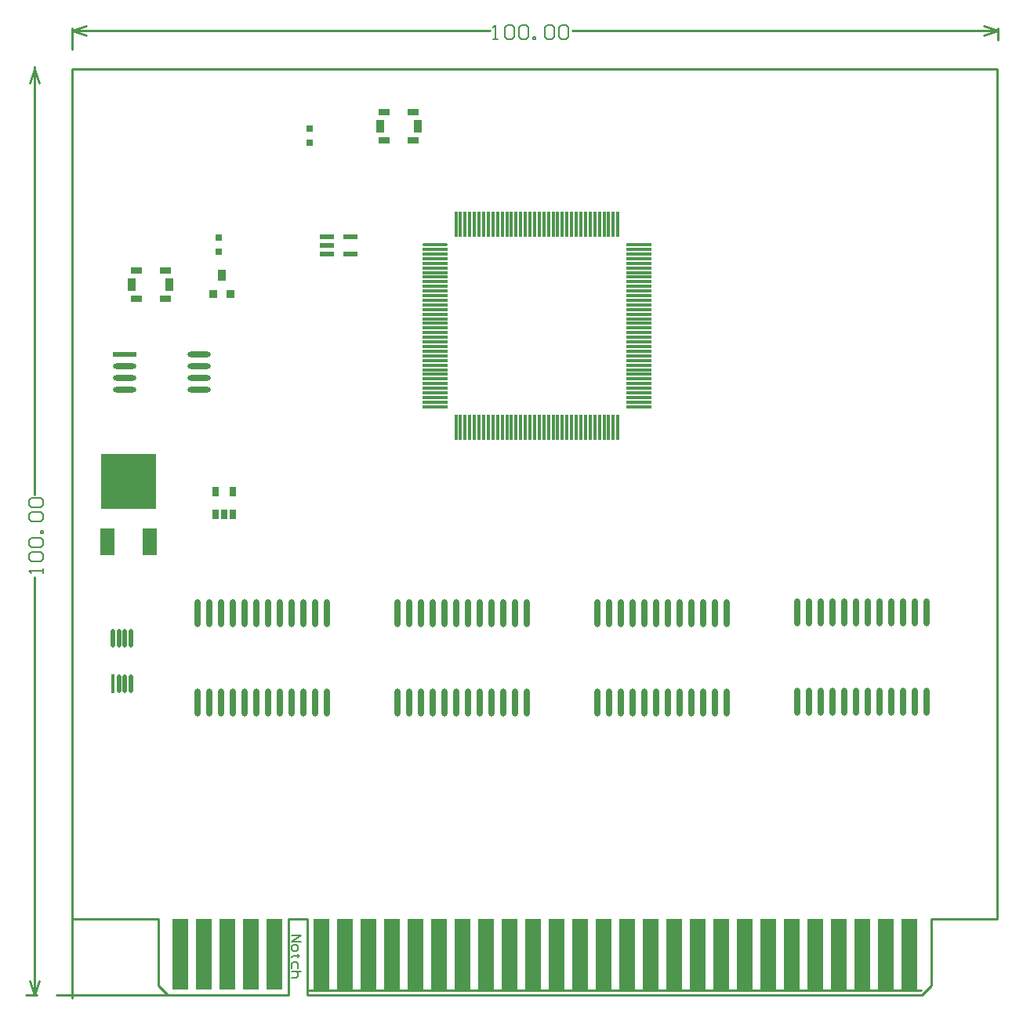
<source format=gtp>
G04*
G04 #@! TF.GenerationSoftware,Altium Limited,CircuitStudio,1.5.2 (30)*
G04*
G04 Layer_Color=7318015*
%FSLAX25Y25*%
%MOIN*%
G70*
G01*
G75*
%ADD10R,0.05906X0.02362*%
%ADD11R,0.23622X0.23622*%
%ADD12R,0.06299X0.11811*%
%ADD13O,0.10827X0.01181*%
%ADD14R,0.10827X0.01181*%
%ADD15R,0.01181X0.10827*%
%ADD16R,0.02756X0.03937*%
%ADD17R,0.09843X0.02362*%
%ADD18O,0.09843X0.02362*%
%ADD19R,0.03543X0.05512*%
%ADD20R,0.04528X0.02953*%
%ADD21R,0.03150X0.03150*%
%ADD22O,0.02400X0.11937*%
%ADD23O,0.01772X0.07874*%
%ADD24R,0.01772X0.07874*%
%ADD25R,0.03600X0.03600*%
%ADD26R,0.03600X0.05000*%
%ADD27R,0.06500X0.30000*%
%ADD28C,0.01000*%
%ADD35C,0.00800*%
%ADD36C,0.00600*%
D10*
X427343Y1450020D02*
D03*
Y1457500D02*
D03*
X417500Y1450020D02*
D03*
Y1453760D02*
D03*
Y1457500D02*
D03*
D11*
X333110Y1353366D02*
D03*
D12*
X324055Y1327775D02*
D03*
X342165D02*
D03*
D13*
X463386Y1453996D02*
D03*
D14*
Y1452027D02*
D03*
Y1450059D02*
D03*
Y1448090D02*
D03*
Y1446122D02*
D03*
Y1444153D02*
D03*
Y1442185D02*
D03*
Y1440217D02*
D03*
Y1438248D02*
D03*
Y1436279D02*
D03*
Y1434311D02*
D03*
Y1432342D02*
D03*
Y1430374D02*
D03*
Y1428405D02*
D03*
Y1426437D02*
D03*
Y1424468D02*
D03*
Y1422500D02*
D03*
Y1420531D02*
D03*
Y1418563D02*
D03*
Y1416594D02*
D03*
Y1414626D02*
D03*
Y1412658D02*
D03*
Y1410689D02*
D03*
Y1408720D02*
D03*
Y1406752D02*
D03*
Y1404784D02*
D03*
Y1402815D02*
D03*
Y1400846D02*
D03*
Y1398878D02*
D03*
Y1396909D02*
D03*
Y1394941D02*
D03*
Y1392972D02*
D03*
Y1391004D02*
D03*
Y1389035D02*
D03*
Y1387067D02*
D03*
Y1385098D02*
D03*
X550000D02*
D03*
Y1387067D02*
D03*
Y1389035D02*
D03*
Y1391004D02*
D03*
Y1392972D02*
D03*
Y1394941D02*
D03*
Y1396909D02*
D03*
Y1398878D02*
D03*
Y1400846D02*
D03*
Y1402815D02*
D03*
Y1404784D02*
D03*
Y1406752D02*
D03*
Y1408720D02*
D03*
Y1410689D02*
D03*
Y1412658D02*
D03*
Y1414626D02*
D03*
Y1416594D02*
D03*
Y1418563D02*
D03*
Y1420531D02*
D03*
Y1422500D02*
D03*
Y1424468D02*
D03*
Y1426437D02*
D03*
Y1428405D02*
D03*
Y1430374D02*
D03*
Y1432342D02*
D03*
Y1434311D02*
D03*
Y1436279D02*
D03*
Y1438248D02*
D03*
Y1440217D02*
D03*
Y1442185D02*
D03*
Y1444153D02*
D03*
Y1446122D02*
D03*
Y1448090D02*
D03*
Y1450059D02*
D03*
Y1452027D02*
D03*
Y1453996D02*
D03*
D15*
X472244Y1376240D02*
D03*
X474213D02*
D03*
X476181D02*
D03*
X478150D02*
D03*
X480118D02*
D03*
X482087D02*
D03*
X484055D02*
D03*
X486024D02*
D03*
X487992D02*
D03*
X489961D02*
D03*
X491929D02*
D03*
X493898D02*
D03*
X495866D02*
D03*
X497835D02*
D03*
X499803D02*
D03*
X501772D02*
D03*
X503740D02*
D03*
X505709D02*
D03*
X507677D02*
D03*
X509646D02*
D03*
X511614D02*
D03*
X513583D02*
D03*
X515551D02*
D03*
X517520D02*
D03*
X519488D02*
D03*
X521457D02*
D03*
X523425D02*
D03*
X525394D02*
D03*
X527362D02*
D03*
X529331D02*
D03*
X531299D02*
D03*
X533268D02*
D03*
X535236D02*
D03*
X537205D02*
D03*
X539173D02*
D03*
X541142D02*
D03*
Y1462854D02*
D03*
X539173D02*
D03*
X537205D02*
D03*
X535236D02*
D03*
X533268D02*
D03*
X531299D02*
D03*
X529331D02*
D03*
X527362D02*
D03*
X525394D02*
D03*
X523425D02*
D03*
X521457D02*
D03*
X519488D02*
D03*
X517520D02*
D03*
X515551D02*
D03*
X513583D02*
D03*
X511614D02*
D03*
X509646D02*
D03*
X507677D02*
D03*
X505709D02*
D03*
X503740D02*
D03*
X501772D02*
D03*
X499803D02*
D03*
X497835D02*
D03*
X495866D02*
D03*
X493898D02*
D03*
X491929D02*
D03*
X489961D02*
D03*
X487992D02*
D03*
X486024D02*
D03*
X484055D02*
D03*
X482087D02*
D03*
X480118D02*
D03*
X478150D02*
D03*
X476181D02*
D03*
X474213D02*
D03*
X472244D02*
D03*
D16*
X377480Y1348949D02*
D03*
X370000D02*
D03*
X377480Y1339500D02*
D03*
X373740D02*
D03*
X370000D02*
D03*
D17*
X331437Y1407500D02*
D03*
D18*
Y1402500D02*
D03*
Y1397500D02*
D03*
Y1392500D02*
D03*
X362933Y1407500D02*
D03*
Y1402500D02*
D03*
Y1397500D02*
D03*
Y1392500D02*
D03*
D19*
X440000Y1504500D02*
D03*
X456142D02*
D03*
X350374Y1437000D02*
D03*
X334232D02*
D03*
D20*
X441673Y1510504D02*
D03*
X454075D02*
D03*
Y1498496D02*
D03*
X441673D02*
D03*
X348701Y1430996D02*
D03*
X336299D02*
D03*
Y1443004D02*
D03*
X348701D02*
D03*
D21*
X371500Y1451000D02*
D03*
Y1456905D02*
D03*
X410000Y1497500D02*
D03*
Y1503405D02*
D03*
D22*
X452500Y1259500D02*
D03*
X462500D02*
D03*
X467500D02*
D03*
X472500D02*
D03*
X457500D02*
D03*
X482500D02*
D03*
X477500D02*
D03*
X487500D02*
D03*
X502500D02*
D03*
X497500D02*
D03*
X492500D02*
D03*
X457500Y1297500D02*
D03*
X462500D02*
D03*
X467500D02*
D03*
X472500D02*
D03*
X477500D02*
D03*
X482500D02*
D03*
X487500D02*
D03*
X492500D02*
D03*
X497500D02*
D03*
X447500Y1259500D02*
D03*
Y1297500D02*
D03*
X452500D02*
D03*
X502500D02*
D03*
X587500D02*
D03*
X537500D02*
D03*
X532500D02*
D03*
Y1259500D02*
D03*
X582500Y1297500D02*
D03*
X577500D02*
D03*
X572500D02*
D03*
X567500D02*
D03*
X562500D02*
D03*
X557500D02*
D03*
X552500D02*
D03*
X547500D02*
D03*
X542500D02*
D03*
X577500Y1259500D02*
D03*
X582500D02*
D03*
X587500D02*
D03*
X572500D02*
D03*
X562500D02*
D03*
X567500D02*
D03*
X542500D02*
D03*
X557500D02*
D03*
X552500D02*
D03*
X547500D02*
D03*
X537500D02*
D03*
X672500Y1297750D02*
D03*
X622500D02*
D03*
X617500D02*
D03*
Y1259750D02*
D03*
X667500Y1297750D02*
D03*
X662500D02*
D03*
X657500D02*
D03*
X652500D02*
D03*
X647500D02*
D03*
X642500D02*
D03*
X637500D02*
D03*
X632500D02*
D03*
X627500D02*
D03*
X662500Y1259750D02*
D03*
X667500D02*
D03*
X672500D02*
D03*
X657500D02*
D03*
X647500D02*
D03*
X652500D02*
D03*
X627500D02*
D03*
X642500D02*
D03*
X637500D02*
D03*
X632500D02*
D03*
X622500D02*
D03*
X417500Y1297500D02*
D03*
X367500D02*
D03*
X362500D02*
D03*
Y1259500D02*
D03*
X412500Y1297500D02*
D03*
X407500D02*
D03*
X402500D02*
D03*
X397500D02*
D03*
X392500D02*
D03*
X387500D02*
D03*
X382500D02*
D03*
X377500D02*
D03*
X372500D02*
D03*
X407500Y1259500D02*
D03*
X412500D02*
D03*
X417500D02*
D03*
X402500D02*
D03*
X392500D02*
D03*
X397500D02*
D03*
X372500D02*
D03*
X387500D02*
D03*
X382500D02*
D03*
X377500D02*
D03*
X367500D02*
D03*
D23*
X334114Y1286791D02*
D03*
X331555D02*
D03*
X328996D02*
D03*
X326437D02*
D03*
X334114Y1267500D02*
D03*
X331555D02*
D03*
X328996D02*
D03*
D24*
X326437D02*
D03*
D25*
X376500Y1433000D02*
D03*
X369000D02*
D03*
D26*
X372800Y1441000D02*
D03*
D27*
X395000Y1152500D02*
D03*
X665000D02*
D03*
X655000D02*
D03*
X645000D02*
D03*
X635000D02*
D03*
X355000D02*
D03*
X365000D02*
D03*
X375000D02*
D03*
X385000D02*
D03*
X415000D02*
D03*
X425000D02*
D03*
X435000D02*
D03*
X445000D02*
D03*
X455000D02*
D03*
X465000D02*
D03*
X475000D02*
D03*
X485000D02*
D03*
X495000D02*
D03*
X505000D02*
D03*
X515000D02*
D03*
X525000D02*
D03*
X535000D02*
D03*
X545000D02*
D03*
X555000D02*
D03*
X565000D02*
D03*
X575000D02*
D03*
X585000D02*
D03*
X595000D02*
D03*
X605000D02*
D03*
X615000D02*
D03*
X625000D02*
D03*
D28*
X293189Y1527701D02*
Y1529701D01*
X289252Y1135000D02*
X294189D01*
X293189Y1347845D02*
Y1528701D01*
Y1135000D02*
Y1312656D01*
X291189Y1522701D02*
X293189Y1528701D01*
X295189Y1522701D01*
X293189Y1135000D02*
X295189Y1141000D01*
X291189D02*
X293189Y1135000D01*
X308937Y1537126D02*
Y1546000D01*
X702638Y1541063D02*
Y1546000D01*
X308937Y1545000D02*
X486592D01*
X521782D02*
X702638D01*
X308937D02*
X314937Y1543000D01*
X308937Y1545000D02*
X314937Y1547000D01*
X696638D02*
X702638Y1545000D01*
X696638Y1543000D02*
X702638Y1545000D01*
X401000Y1167500D02*
X409000D01*
Y1135000D02*
X670300D01*
X349700D02*
X401000D01*
X409000D02*
Y1167500D01*
X401000Y1135000D02*
Y1167500D01*
X702500D02*
Y1528701D01*
X308937D02*
X702500D01*
X308937Y1167500D02*
Y1528701D01*
X674300Y1167500D02*
X702500D01*
X674300Y1139000D02*
Y1167500D01*
X308937D02*
X345700D01*
Y1139000D02*
Y1167500D01*
X670300Y1135000D02*
X674300Y1139000D01*
X345700D02*
X349700Y1135000D01*
X308937Y1133563D02*
Y1167500D01*
X302500Y1135000D02*
X349700D01*
X401000Y1167500D02*
X409000D01*
X401000Y1137000D02*
Y1167500D01*
X350000Y1135000D02*
X401000D01*
X409000Y1137000D02*
Y1167500D01*
Y1137000D02*
X670000D01*
D35*
X402500Y1160500D02*
X406499D01*
X402500Y1157834D01*
X406499D01*
X402500Y1155835D02*
Y1154502D01*
X403166Y1153835D01*
X404499D01*
X405166Y1154502D01*
Y1155835D01*
X404499Y1156501D01*
X403166D01*
X402500Y1155835D01*
X405832Y1151836D02*
X405166D01*
Y1152503D01*
Y1151170D01*
Y1151836D01*
X403166D01*
X402500Y1151170D01*
X405166Y1146504D02*
Y1148504D01*
X404499Y1149170D01*
X403166D01*
X402500Y1148504D01*
Y1146504D01*
X406499Y1145172D02*
X402500D01*
X404499D01*
X405166Y1144505D01*
Y1143172D01*
X404499Y1142506D01*
X402500D01*
D36*
X296788Y1314256D02*
Y1316255D01*
Y1315255D01*
X290790D01*
X291790Y1314256D01*
Y1319254D02*
X290790Y1320254D01*
Y1322253D01*
X291790Y1323253D01*
X295788D01*
X296788Y1322253D01*
Y1320254D01*
X295788Y1319254D01*
X291790D01*
Y1325252D02*
X290790Y1326252D01*
Y1328251D01*
X291790Y1329251D01*
X295788D01*
X296788Y1328251D01*
Y1326252D01*
X295788Y1325252D01*
X291790D01*
X296788Y1331250D02*
X295788D01*
Y1332250D01*
X296788D01*
Y1331250D01*
X291790Y1336248D02*
X290790Y1337248D01*
Y1339247D01*
X291790Y1340247D01*
X295788D01*
X296788Y1339247D01*
Y1337248D01*
X295788Y1336248D01*
X291790D01*
Y1342247D02*
X290790Y1343246D01*
Y1345245D01*
X291790Y1346245D01*
X295788D01*
X296788Y1345245D01*
Y1343246D01*
X295788Y1342247D01*
X291790D01*
X488193Y1541401D02*
X490192D01*
X489192D01*
Y1547399D01*
X488193Y1546399D01*
X493191D02*
X494191Y1547399D01*
X496190D01*
X497190Y1546399D01*
Y1542401D01*
X496190Y1541401D01*
X494191D01*
X493191Y1542401D01*
Y1546399D01*
X499189D02*
X500189Y1547399D01*
X502188D01*
X503188Y1546399D01*
Y1542401D01*
X502188Y1541401D01*
X500189D01*
X499189Y1542401D01*
Y1546399D01*
X505187Y1541401D02*
Y1542401D01*
X506187D01*
Y1541401D01*
X505187D01*
X510185Y1546399D02*
X511185Y1547399D01*
X513184D01*
X514184Y1546399D01*
Y1542401D01*
X513184Y1541401D01*
X511185D01*
X510185Y1542401D01*
Y1546399D01*
X516184D02*
X517183Y1547399D01*
X519182D01*
X520182Y1546399D01*
Y1542401D01*
X519182Y1541401D01*
X517183D01*
X516184Y1542401D01*
Y1546399D01*
M02*

</source>
